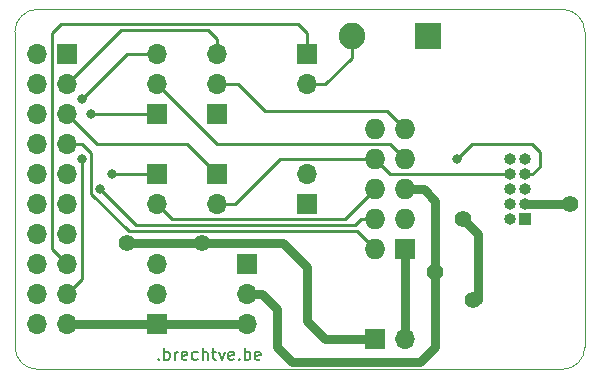
<source format=gtl>
G04 #@! TF.GenerationSoftware,KiCad,Pcbnew,7.0.10-7.0.10~ubuntu22.04.1*
G04 #@! TF.CreationDate,2025-03-20T21:46:33+01:00*
G04 #@! TF.ProjectId,jlink-tagConnect-adapter-v4,6a6c696e-6b2d-4746-9167-436f6e6e6563,rev?*
G04 #@! TF.SameCoordinates,Original*
G04 #@! TF.FileFunction,Copper,L1,Top*
G04 #@! TF.FilePolarity,Positive*
%FSLAX46Y46*%
G04 Gerber Fmt 4.6, Leading zero omitted, Abs format (unit mm)*
G04 Created by KiCad (PCBNEW 7.0.10-7.0.10~ubuntu22.04.1) date 2025-03-20 21:46:33*
%MOMM*%
%LPD*%
G01*
G04 APERTURE LIST*
%ADD10C,0.200000*%
G04 #@! TA.AperFunction,NonConductor*
%ADD11C,0.200000*%
G04 #@! TD*
G04 #@! TA.AperFunction,ComponentPad*
%ADD12R,1.700000X1.700000*%
G04 #@! TD*
G04 #@! TA.AperFunction,ComponentPad*
%ADD13O,1.700000X1.700000*%
G04 #@! TD*
G04 #@! TA.AperFunction,ComponentPad*
%ADD14R,1.727200X1.727200*%
G04 #@! TD*
G04 #@! TA.AperFunction,ComponentPad*
%ADD15O,1.727200X1.727200*%
G04 #@! TD*
G04 #@! TA.AperFunction,ComponentPad*
%ADD16R,1.000000X1.000000*%
G04 #@! TD*
G04 #@! TA.AperFunction,ComponentPad*
%ADD17O,1.000000X1.000000*%
G04 #@! TD*
G04 #@! TA.AperFunction,ComponentPad*
%ADD18R,2.250000X2.250000*%
G04 #@! TD*
G04 #@! TA.AperFunction,ComponentPad*
%ADD19C,2.250000*%
G04 #@! TD*
G04 #@! TA.AperFunction,ViaPad*
%ADD20C,1.400000*%
G04 #@! TD*
G04 #@! TA.AperFunction,ViaPad*
%ADD21C,0.800000*%
G04 #@! TD*
G04 #@! TA.AperFunction,Conductor*
%ADD22C,0.762000*%
G04 #@! TD*
G04 #@! TA.AperFunction,Conductor*
%ADD23C,0.254000*%
G04 #@! TD*
G04 #@! TA.AperFunction,Profile*
%ADD24C,0.101600*%
G04 #@! TD*
G04 APERTURE END LIST*
D10*
D11*
X101715673Y-121006980D02*
X101763292Y-121054600D01*
X101763292Y-121054600D02*
X101715673Y-121102219D01*
X101715673Y-121102219D02*
X101668054Y-121054600D01*
X101668054Y-121054600D02*
X101715673Y-121006980D01*
X101715673Y-121006980D02*
X101715673Y-121102219D01*
X102191863Y-121102219D02*
X102191863Y-120102219D01*
X102191863Y-120483171D02*
X102287101Y-120435552D01*
X102287101Y-120435552D02*
X102477577Y-120435552D01*
X102477577Y-120435552D02*
X102572815Y-120483171D01*
X102572815Y-120483171D02*
X102620434Y-120530790D01*
X102620434Y-120530790D02*
X102668053Y-120626028D01*
X102668053Y-120626028D02*
X102668053Y-120911742D01*
X102668053Y-120911742D02*
X102620434Y-121006980D01*
X102620434Y-121006980D02*
X102572815Y-121054600D01*
X102572815Y-121054600D02*
X102477577Y-121102219D01*
X102477577Y-121102219D02*
X102287101Y-121102219D01*
X102287101Y-121102219D02*
X102191863Y-121054600D01*
X103096625Y-121102219D02*
X103096625Y-120435552D01*
X103096625Y-120626028D02*
X103144244Y-120530790D01*
X103144244Y-120530790D02*
X103191863Y-120483171D01*
X103191863Y-120483171D02*
X103287101Y-120435552D01*
X103287101Y-120435552D02*
X103382339Y-120435552D01*
X104096625Y-121054600D02*
X104001387Y-121102219D01*
X104001387Y-121102219D02*
X103810911Y-121102219D01*
X103810911Y-121102219D02*
X103715673Y-121054600D01*
X103715673Y-121054600D02*
X103668054Y-120959361D01*
X103668054Y-120959361D02*
X103668054Y-120578409D01*
X103668054Y-120578409D02*
X103715673Y-120483171D01*
X103715673Y-120483171D02*
X103810911Y-120435552D01*
X103810911Y-120435552D02*
X104001387Y-120435552D01*
X104001387Y-120435552D02*
X104096625Y-120483171D01*
X104096625Y-120483171D02*
X104144244Y-120578409D01*
X104144244Y-120578409D02*
X104144244Y-120673647D01*
X104144244Y-120673647D02*
X103668054Y-120768885D01*
X105001387Y-121054600D02*
X104906149Y-121102219D01*
X104906149Y-121102219D02*
X104715673Y-121102219D01*
X104715673Y-121102219D02*
X104620435Y-121054600D01*
X104620435Y-121054600D02*
X104572816Y-121006980D01*
X104572816Y-121006980D02*
X104525197Y-120911742D01*
X104525197Y-120911742D02*
X104525197Y-120626028D01*
X104525197Y-120626028D02*
X104572816Y-120530790D01*
X104572816Y-120530790D02*
X104620435Y-120483171D01*
X104620435Y-120483171D02*
X104715673Y-120435552D01*
X104715673Y-120435552D02*
X104906149Y-120435552D01*
X104906149Y-120435552D02*
X105001387Y-120483171D01*
X105429959Y-121102219D02*
X105429959Y-120102219D01*
X105858530Y-121102219D02*
X105858530Y-120578409D01*
X105858530Y-120578409D02*
X105810911Y-120483171D01*
X105810911Y-120483171D02*
X105715673Y-120435552D01*
X105715673Y-120435552D02*
X105572816Y-120435552D01*
X105572816Y-120435552D02*
X105477578Y-120483171D01*
X105477578Y-120483171D02*
X105429959Y-120530790D01*
X106191864Y-120435552D02*
X106572816Y-120435552D01*
X106334721Y-120102219D02*
X106334721Y-120959361D01*
X106334721Y-120959361D02*
X106382340Y-121054600D01*
X106382340Y-121054600D02*
X106477578Y-121102219D01*
X106477578Y-121102219D02*
X106572816Y-121102219D01*
X106810912Y-120435552D02*
X107049007Y-121102219D01*
X107049007Y-121102219D02*
X107287102Y-120435552D01*
X108049007Y-121054600D02*
X107953769Y-121102219D01*
X107953769Y-121102219D02*
X107763293Y-121102219D01*
X107763293Y-121102219D02*
X107668055Y-121054600D01*
X107668055Y-121054600D02*
X107620436Y-120959361D01*
X107620436Y-120959361D02*
X107620436Y-120578409D01*
X107620436Y-120578409D02*
X107668055Y-120483171D01*
X107668055Y-120483171D02*
X107763293Y-120435552D01*
X107763293Y-120435552D02*
X107953769Y-120435552D01*
X107953769Y-120435552D02*
X108049007Y-120483171D01*
X108049007Y-120483171D02*
X108096626Y-120578409D01*
X108096626Y-120578409D02*
X108096626Y-120673647D01*
X108096626Y-120673647D02*
X107620436Y-120768885D01*
X108525198Y-121006980D02*
X108572817Y-121054600D01*
X108572817Y-121054600D02*
X108525198Y-121102219D01*
X108525198Y-121102219D02*
X108477579Y-121054600D01*
X108477579Y-121054600D02*
X108525198Y-121006980D01*
X108525198Y-121006980D02*
X108525198Y-121102219D01*
X109001388Y-121102219D02*
X109001388Y-120102219D01*
X109001388Y-120483171D02*
X109096626Y-120435552D01*
X109096626Y-120435552D02*
X109287102Y-120435552D01*
X109287102Y-120435552D02*
X109382340Y-120483171D01*
X109382340Y-120483171D02*
X109429959Y-120530790D01*
X109429959Y-120530790D02*
X109477578Y-120626028D01*
X109477578Y-120626028D02*
X109477578Y-120911742D01*
X109477578Y-120911742D02*
X109429959Y-121006980D01*
X109429959Y-121006980D02*
X109382340Y-121054600D01*
X109382340Y-121054600D02*
X109287102Y-121102219D01*
X109287102Y-121102219D02*
X109096626Y-121102219D01*
X109096626Y-121102219D02*
X109001388Y-121054600D01*
X110287102Y-121054600D02*
X110191864Y-121102219D01*
X110191864Y-121102219D02*
X110001388Y-121102219D01*
X110001388Y-121102219D02*
X109906150Y-121054600D01*
X109906150Y-121054600D02*
X109858531Y-120959361D01*
X109858531Y-120959361D02*
X109858531Y-120578409D01*
X109858531Y-120578409D02*
X109906150Y-120483171D01*
X109906150Y-120483171D02*
X110001388Y-120435552D01*
X110001388Y-120435552D02*
X110191864Y-120435552D01*
X110191864Y-120435552D02*
X110287102Y-120483171D01*
X110287102Y-120483171D02*
X110334721Y-120578409D01*
X110334721Y-120578409D02*
X110334721Y-120673647D01*
X110334721Y-120673647D02*
X109858531Y-120768885D01*
D12*
X101600000Y-118110000D03*
D13*
X101600000Y-115570000D03*
X101600000Y-113030000D03*
D12*
X120015000Y-119380000D03*
D13*
X122555000Y-119380000D03*
D12*
X93980000Y-95250000D03*
D13*
X91440000Y-95250000D03*
X93980000Y-97790000D03*
X91440000Y-97790000D03*
X93980000Y-100330000D03*
X91440000Y-100330000D03*
X93980000Y-102870000D03*
X91440000Y-102870000D03*
X93980000Y-105410000D03*
X91440000Y-105410000D03*
X93980000Y-107950000D03*
X91440000Y-107950000D03*
X93980000Y-110490000D03*
X91440000Y-110490000D03*
X93980000Y-113030000D03*
X91440000Y-113030000D03*
X93980000Y-115570000D03*
X91440000Y-115570000D03*
X93980000Y-118110000D03*
X91440000Y-118110000D03*
D14*
X122555000Y-111760000D03*
D15*
X120015000Y-111760000D03*
X122555000Y-109220000D03*
X120015000Y-109220000D03*
X122555000Y-106680000D03*
X120015000Y-106680000D03*
X122555000Y-104140000D03*
X120015000Y-104140000D03*
X122555000Y-101600000D03*
X120015000Y-101600000D03*
D12*
X106680000Y-105410000D03*
D13*
X106680000Y-107950000D03*
D12*
X101600000Y-100330000D03*
D13*
X101600000Y-97790000D03*
X101600000Y-95250000D03*
D12*
X106680000Y-100330000D03*
D13*
X106680000Y-97790000D03*
X106680000Y-95250000D03*
D12*
X109220000Y-113030000D03*
D13*
X109220000Y-115570000D03*
X109220000Y-118110000D03*
D16*
X132715000Y-109220000D03*
D17*
X131445000Y-109220000D03*
X132715000Y-107950000D03*
X131445000Y-107950000D03*
X132715000Y-106680000D03*
X131445000Y-106680000D03*
X132715000Y-105410000D03*
X131445000Y-105410000D03*
X132715000Y-104140000D03*
X131445000Y-104140000D03*
D12*
X101600000Y-105410000D03*
D13*
X101600000Y-107950000D03*
D12*
X114300000Y-107950000D03*
D13*
X114300000Y-105410000D03*
D12*
X114300000Y-95250000D03*
D13*
X114300000Y-97790000D03*
D18*
X124535000Y-93726000D03*
D19*
X118035000Y-93726000D03*
D20*
X136525000Y-107950000D03*
X127508000Y-109220000D03*
X128333500Y-116078000D03*
D21*
X95250000Y-104140000D03*
X96012000Y-100330000D03*
X97790000Y-105410000D03*
X95250000Y-99060000D03*
X96774000Y-106680000D03*
D20*
X105410000Y-111252000D03*
X99060000Y-111252000D03*
D21*
X127000000Y-104140000D03*
D20*
X125095000Y-113665000D03*
D22*
X127508000Y-109220000D02*
X128778000Y-110490000D01*
X128778000Y-110490000D02*
X128778000Y-116078000D01*
X132715000Y-107950000D02*
X136525000Y-107950000D01*
X101600000Y-118110000D02*
X109220000Y-118110000D01*
X93980000Y-118110000D02*
X101600000Y-118110000D01*
D23*
X101600000Y-100330000D02*
X96012000Y-100330000D01*
X95250000Y-104140000D02*
X95250000Y-114300000D01*
X95250000Y-114300000D02*
X93980000Y-115570000D01*
X93472000Y-92710000D02*
X113538000Y-92710000D01*
X92710000Y-93472000D02*
X93472000Y-92710000D01*
X92710000Y-111760000D02*
X92710000Y-93472000D01*
X114300000Y-93472000D02*
X114300000Y-95250000D01*
X93980000Y-113030000D02*
X92710000Y-111760000D01*
X113538000Y-92710000D02*
X114300000Y-93472000D01*
X97790000Y-105410000D02*
X101600000Y-105410000D01*
X95250000Y-99060000D02*
X99060000Y-95250000D01*
X99060000Y-95250000D02*
X101600000Y-95250000D01*
X96774000Y-106680000D02*
X99822000Y-109728000D01*
X118364000Y-109728000D02*
X118872000Y-109220000D01*
X99822000Y-109728000D02*
X118364000Y-109728000D01*
X118872000Y-109220000D02*
X120015000Y-109220000D01*
X95250000Y-102870000D02*
X96012000Y-103632000D01*
X96012000Y-103632000D02*
X96012000Y-107061000D01*
X96012000Y-107061000D02*
X99176000Y-110225000D01*
X99176000Y-110225000D02*
X118480000Y-110225000D01*
X93980000Y-102870000D02*
X95250000Y-102870000D01*
X118480000Y-110225000D02*
X120015000Y-111760000D01*
X96520000Y-102870000D02*
X104140000Y-102870000D01*
X104140000Y-102870000D02*
X106680000Y-105410000D01*
X93980000Y-100330000D02*
X96520000Y-102870000D01*
X105918000Y-93218000D02*
X106680000Y-93980000D01*
X106680000Y-93980000D02*
X106680000Y-95250000D01*
X98552000Y-93218000D02*
X105918000Y-93218000D01*
X93980000Y-97790000D02*
X98552000Y-93218000D01*
D22*
X114300000Y-113284000D02*
X114300000Y-117856000D01*
X105410000Y-111252000D02*
X112268000Y-111252000D01*
X99060000Y-111252000D02*
X105410000Y-111252000D01*
X112268000Y-111252000D02*
X114300000Y-113284000D01*
X115824000Y-119380000D02*
X120015000Y-119380000D01*
X114300000Y-117856000D02*
X115824000Y-119380000D01*
D23*
X121031000Y-100076000D02*
X122555000Y-101600000D01*
X110744000Y-100076000D02*
X121031000Y-100076000D01*
X108458000Y-97790000D02*
X110744000Y-100076000D01*
X106680000Y-97790000D02*
X108458000Y-97790000D01*
X106680000Y-107950000D02*
X108204000Y-107950000D01*
X112014000Y-104140000D02*
X120015000Y-104140000D01*
X121285000Y-105410000D02*
X131445000Y-105410000D01*
X108204000Y-107950000D02*
X112014000Y-104140000D01*
X120015000Y-104140000D02*
X121285000Y-105410000D01*
X133350000Y-102870000D02*
X133985000Y-103505000D01*
X106680000Y-102870000D02*
X121285000Y-102870000D01*
X127000000Y-104140000D02*
X128270000Y-102870000D01*
X133985000Y-103505000D02*
X133985000Y-104775000D01*
X133985000Y-104775000D02*
X133350000Y-105410000D01*
X128270000Y-102870000D02*
X133350000Y-102870000D01*
X101600000Y-97790000D02*
X106680000Y-102870000D01*
X122555000Y-104140000D02*
X123190000Y-104140000D01*
X121285000Y-102870000D02*
X122555000Y-104140000D01*
X133350000Y-105410000D02*
X132715000Y-105410000D01*
D22*
X124142500Y-106680000D02*
X122555000Y-106680000D01*
X123825000Y-121285000D02*
X125095000Y-120015000D01*
X125095000Y-107632500D02*
X124142500Y-106680000D01*
X125095000Y-114300000D02*
X125095000Y-107632500D01*
X109220000Y-115570000D02*
X110490000Y-115570000D01*
X110490000Y-115570000D02*
X111760000Y-116840000D01*
X113030000Y-121285000D02*
X123825000Y-121285000D01*
X111760000Y-120015000D02*
X113030000Y-121285000D01*
X111760000Y-116840000D02*
X111760000Y-120015000D01*
X125095000Y-120015000D02*
X125095000Y-114300000D01*
X122555000Y-119380000D02*
X122555000Y-111760000D01*
D23*
X117475000Y-109220000D02*
X120015000Y-106680000D01*
X102870000Y-109220000D02*
X117475000Y-109220000D01*
X101600000Y-107950000D02*
X102870000Y-109220000D01*
X114300000Y-97790000D02*
X115824000Y-97790000D01*
X118035000Y-95579000D02*
X118035000Y-93726000D01*
X115824000Y-97790000D02*
X118035000Y-95579000D01*
D24*
X137795000Y-93345000D02*
G75*
G03*
X135890000Y-91440000I-1905000J0D01*
G01*
X137795000Y-120015000D02*
X137795000Y-93345000D01*
X89535000Y-120015000D02*
G75*
G03*
X91440000Y-121920000I1905000J0D01*
G01*
X91440000Y-121920000D02*
X135890000Y-121920000D01*
X135890000Y-121920000D02*
G75*
G03*
X137795000Y-120015000I0J1905000D01*
G01*
X135890000Y-91440000D02*
X91440000Y-91440000D01*
X91440000Y-91440000D02*
G75*
G03*
X89535000Y-93345000I0J-1905000D01*
G01*
X89535000Y-93345000D02*
X89535000Y-120015000D01*
M02*

</source>
